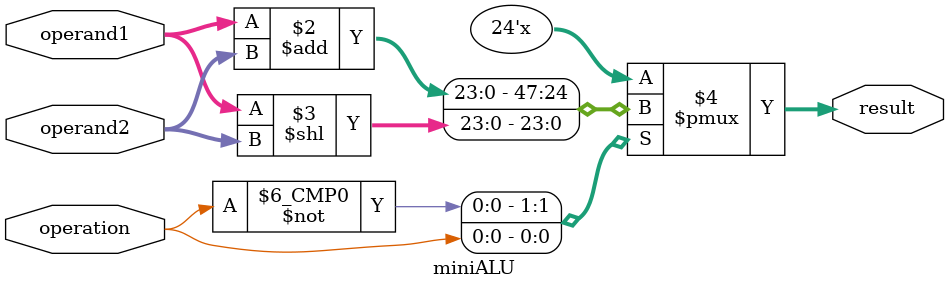
<source format=sv>
module miniALU(input [3:0] operand1, input [3:0] operand2, input operation, output reg [23:0] result);
	always_comb begin
		case (operation)
			1'b0: begin
				result = operand1 + operand2;
			end
			1'b1: begin
				result = operand1 << operand2;
			end
		endcase
	end

endmodule
</source>
